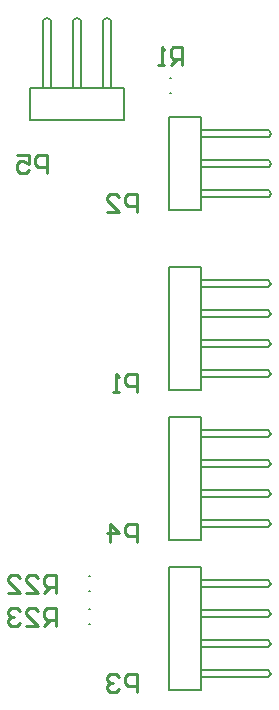
<source format=gbo>
G04*
G04 #@! TF.GenerationSoftware,Altium Limited,Altium Designer,20.0.10 (225)*
G04*
G04 Layer_Color=32896*
%FSLAX42Y42*%
%MOMM*%
G71*
G01*
G75*
%ADD10C,0.25*%
%ADD11C,0.20*%
D10*
X1143Y5004D02*
Y5156D01*
X1067D01*
X1041Y5131D01*
Y5080D01*
X1067Y5055D01*
X1143D01*
X889Y5156D02*
X991D01*
Y5080D01*
X940Y5105D01*
X914D01*
X889Y5080D01*
Y5029D01*
X914Y5004D01*
X965D01*
X991Y5029D01*
X2289Y5918D02*
Y6071D01*
X2213D01*
X2188Y6045D01*
Y5994D01*
X2213Y5969D01*
X2289D01*
X2239D02*
X2188Y5918D01*
X2137D02*
X2086D01*
X2112D01*
Y6071D01*
X2137Y6045D01*
X1219Y1168D02*
Y1321D01*
X1143D01*
X1118Y1295D01*
Y1245D01*
X1143Y1219D01*
X1219D01*
X1168D02*
X1118Y1168D01*
X965D02*
X1067D01*
X965Y1270D01*
Y1295D01*
X991Y1321D01*
X1041D01*
X1067Y1295D01*
X914D02*
X889Y1321D01*
X838D01*
X813Y1295D01*
Y1270D01*
X838Y1245D01*
X864D01*
X838D01*
X813Y1219D01*
Y1194D01*
X838Y1168D01*
X889D01*
X914Y1194D01*
X1219Y1448D02*
Y1600D01*
X1143D01*
X1118Y1575D01*
Y1524D01*
X1143Y1499D01*
X1219D01*
X1168D02*
X1118Y1448D01*
X965D02*
X1067D01*
X965Y1549D01*
Y1575D01*
X991Y1600D01*
X1041D01*
X1067Y1575D01*
X813Y1448D02*
X914D01*
X813Y1549D01*
Y1575D01*
X838Y1600D01*
X889D01*
X914Y1575D01*
X1903Y1880D02*
Y2032D01*
X1826D01*
X1801Y2007D01*
Y1956D01*
X1826Y1930D01*
X1903D01*
X1674Y1880D02*
Y2032D01*
X1750Y1956D01*
X1649D01*
X1903Y610D02*
Y762D01*
X1826D01*
X1801Y737D01*
Y686D01*
X1826Y660D01*
X1903D01*
X1750Y737D02*
X1725Y762D01*
X1674D01*
X1649Y737D01*
Y711D01*
X1674Y686D01*
X1699D01*
X1674D01*
X1649Y660D01*
Y635D01*
X1674Y610D01*
X1725D01*
X1750Y635D01*
X1907Y4674D02*
Y4826D01*
X1831D01*
X1806Y4801D01*
Y4750D01*
X1831Y4724D01*
X1907D01*
X1653Y4674D02*
X1755D01*
X1653Y4775D01*
Y4801D01*
X1679Y4826D01*
X1730D01*
X1755Y4801D01*
X1903Y3150D02*
Y3302D01*
X1826D01*
X1801Y3277D01*
Y3226D01*
X1826Y3200D01*
X1903D01*
X1750Y3150D02*
X1699D01*
X1725D01*
Y3302D01*
X1750Y3277D01*
D11*
X1143Y6315D02*
X1175Y6295D01*
X1111D02*
X1143Y6315D01*
X1175Y6295D02*
X1175Y5722D01*
X1111D02*
Y6295D01*
X1793Y5453D02*
Y5722D01*
X1001D02*
X1793D01*
X1001Y5453D02*
Y5722D01*
Y5453D02*
X1793D01*
X1619Y5722D02*
X1619Y6295D01*
X1683Y5722D02*
Y6295D01*
X1619D02*
X1651Y6315D01*
X1683Y6295D01*
X1365Y5722D02*
Y6295D01*
X1429Y5722D02*
Y6295D01*
X1365D02*
X1397Y6315D01*
X1429Y6295D01*
X2183Y5675D02*
X2193D01*
X2183Y5805D02*
X2193D01*
X1494Y1180D02*
X1504D01*
X1494Y1310D02*
X1504D01*
X1494Y1460D02*
X1504D01*
X1494Y1590D02*
X1504D01*
X3016Y1492D02*
X3036Y1524D01*
X3016Y1556D02*
X3036Y1524D01*
X2443Y1492D02*
X3016D01*
X2443Y1556D02*
X3016D01*
Y984D02*
X3036Y1016D01*
X3016Y1048D02*
X3036Y1016D01*
X2443Y984D02*
X3016Y984D01*
X2443Y1048D02*
X3016D01*
Y730D02*
X3036Y762D01*
X3016Y794D02*
X3036Y762D01*
X2443Y730D02*
X3016D01*
X2443Y794D02*
X3016D01*
X2175Y620D02*
Y1666D01*
X2443D01*
Y620D02*
Y1666D01*
X2175Y620D02*
X2443D01*
Y1302D02*
X3016Y1302D01*
X2443Y1238D02*
X3016D01*
Y1302D02*
X3036Y1270D01*
X3016Y1238D02*
X3036Y1270D01*
X3016Y2762D02*
X3036Y2794D01*
X3016Y2826D02*
X3036Y2794D01*
X2443Y2762D02*
X3016D01*
X2443Y2826D02*
X3016D01*
Y2254D02*
X3036Y2286D01*
X3016Y2318D02*
X3036Y2286D01*
X2443Y2254D02*
X3016Y2254D01*
X2443Y2318D02*
X3016D01*
Y2000D02*
X3036Y2032D01*
X3016Y2064D02*
X3036Y2032D01*
X2443Y2000D02*
X3016D01*
X2443Y2064D02*
X3016D01*
X2175Y1890D02*
Y2936D01*
X2443D01*
Y1890D02*
Y2936D01*
X2175Y1890D02*
X2443D01*
Y2572D02*
X3016Y2572D01*
X2443Y2508D02*
X3016D01*
Y2572D02*
X3036Y2540D01*
X3016Y2508D02*
X3036Y2540D01*
X3016Y4032D02*
X3036Y4064D01*
X3016Y4096D02*
X3036Y4064D01*
X2443Y4032D02*
X3016D01*
X2443Y4096D02*
X3016D01*
Y3524D02*
X3036Y3556D01*
X3016Y3588D02*
X3036Y3556D01*
X2443Y3524D02*
X3016Y3524D01*
X2443Y3588D02*
X3016D01*
Y3270D02*
X3036Y3302D01*
X3016Y3334D02*
X3036Y3302D01*
X2443Y3270D02*
X3016D01*
X2443Y3334D02*
X3016D01*
X2175Y3160D02*
Y4206D01*
X2443D01*
Y3160D02*
Y4206D01*
X2175Y3160D02*
X2443D01*
Y3842D02*
X3016Y3842D01*
X2443Y3778D02*
X3016D01*
Y3842D02*
X3036Y3810D01*
X3016Y3778D02*
X3036Y3810D01*
X3018Y5302D02*
X3038Y5334D01*
X3018Y5366D02*
X3038Y5334D01*
X2446Y5302D02*
X3018Y5302D01*
X2446Y5366D02*
X3018D01*
X2177Y4684D02*
X2446D01*
Y5476D01*
X2177D02*
X2446D01*
X2177Y4684D02*
Y5476D01*
X2446Y4858D02*
X3018D01*
X2446Y4794D02*
X3018D01*
Y4858D02*
X3038Y4826D01*
X3018Y4794D02*
X3038Y4826D01*
X2446Y5112D02*
X3018D01*
X2446Y5048D02*
X3018Y5048D01*
Y5112D02*
X3038Y5080D01*
X3018Y5048D02*
X3038Y5080D01*
M02*

</source>
